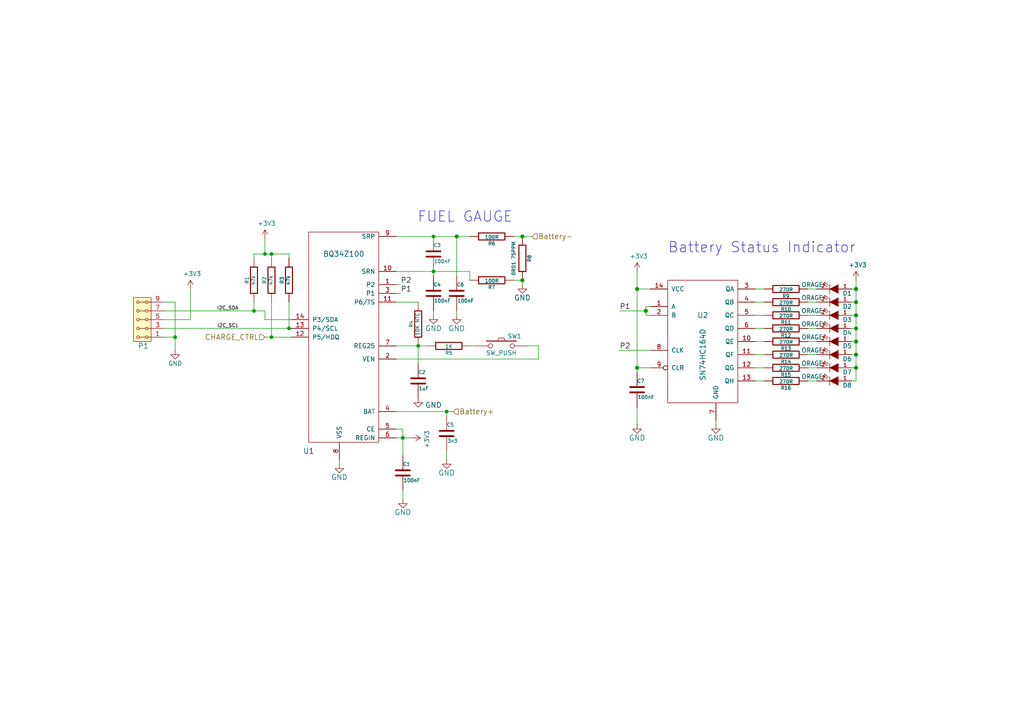
<source format=kicad_sch>
(kicad_sch (version 20211123) (generator eeschema)
  (paper "A4")
  (title_block (title "SOLARMINIBAT01A") (date "2022-07-20") (rev "A") (company "MLAB.cz") (comment 2 "Solar charged LTO Battery Managment System"))
  (lib_symbols
    (symbol "LION2CELL01D-rescue:+3.3V" (power) (pin_names (offset 0))
      (property "Value" "+3.3V" (at 0 3.556 0))
      (symbol "+3.3V_0_1"
        (polyline (pts (xy -0.762 1.27) (xy 0 2.54)))
        (polyline (pts (xy 0 0) (xy 0 2.54)))
        (polyline (pts (xy 0 2.54) (xy 0.762 1.27)))
      )
      (symbol "+3.3V_1_1"
        (pin power_in line (at 0 0 90) (length 0) hide (name "+3V3") (number "1"))
      )
    )
    (symbol "LION2CELL01D-rescue:BQ34Z100" (pin_names (offset 1.016))
      (property "Reference" "U" (at 0 13.97 0))
      (property "Value" "BQ34Z100" (at 0 10.16 0))
      (symbol "BQ34Z100_0_1"
        (rectangle (start -8.89 16.51) (end 11.43 -44.45))
      )
      (symbol "BQ34Z100_1_1"
        (pin unspecified line (at 16.51 1.27 180) (length 5.08) (name "P2") (number "1"))
        (pin unspecified line (at 16.51 5.08 180) (length 5.08) (name "SRN") (number "10"))
        (pin unspecified line (at 16.51 -3.81 180) (length 5.08) (name "P6/TS") (number "11"))
        (pin unspecified line (at -13.97 -13.97 0) (length 5.08) (name "P5/HDQ") (number "12"))
        (pin unspecified line (at -13.97 -11.43 0) (length 5.08) (name "P4/SCL") (number "13"))
        (pin unspecified line (at -13.97 -8.89 0) (length 5.08) (name "P3/SDA") (number "14"))
        (pin unspecified line (at 16.51 -20.32 180) (length 5.08) (name "VEN") (number "2"))
        (pin unspecified line (at 16.51 -1.27 180) (length 5.08) (name "P1") (number "3"))
        (pin unspecified line (at 16.51 -35.56 180) (length 5.08) (name "BAT") (number "4"))
        (pin unspecified line (at 16.51 -40.64 180) (length 5.08) (name "CE") (number "5"))
        (pin unspecified line (at 16.51 -43.18 180) (length 5.08) (name "REGIN") (number "6"))
        (pin unspecified line (at 16.51 -16.51 180) (length 5.08) (name "REG25") (number "7"))
        (pin unspecified line (at 0 -49.53 90) (length 5.08) (name "VSS") (number "8"))
        (pin unspecified line (at 16.51 15.24 180) (length 5.08) (name "SRP") (number "9"))
      )
    )
    (symbol "LION2CELL01D-rescue:C-RESCUE-LION2CELL01C" (pin_numbers hide) (pin_names (offset 0.254))
      (property "Reference" "C" (at 0 2.54 0))
      (property "Value" "C-RESCUE-LION2CELL01C" (at 0.1524 -2.159 0))
      (symbol "C-RESCUE-LION2CELL01C_0_1"
        (polyline (pts (xy -2.032 -0.762) (xy 2.032 -0.762)) (stroke (width 0.508)))
        (polyline (pts (xy -2.032 0.762) (xy 2.032 0.762)) (stroke (width 0.508)))
      )
      (symbol "C-RESCUE-LION2CELL01C_1_1"
        (pin passive line (at 0 5.08 270) (length 4.318) (name "~") (number "1"))
        (pin passive line (at 0 -5.08 90) (length 4.318) (name "~") (number "2"))
      )
    )
    (symbol "LION2CELL01D-rescue:GND" (power) (pin_names (offset 0))
      (property "Value" "GND" (at 0 -3.81 0))
      (symbol "GND_0_1"
        (polyline (pts (xy 0 0) (xy 0 -1.27) (xy 1.27 -1.27) (xy 0 -2.54) (xy -1.27 -1.27) (xy 0 -1.27)))
      )
      (symbol "GND_1_1"
        (pin power_in line (at 0 0 270) (length 0) hide (name "GND") (number "1"))
      )
    )
    (symbol "LION2CELL01D-rescue:LED-RESCUE-LION2CELL01C" (pin_names (offset 1.016) hide)
      (property "Reference" "D" (at 0 2.54 0))
      (property "Value" "LED-RESCUE-LION2CELL01C" (at 0 -2.54 0))
      (symbol "LED-RESCUE-LION2CELL01C_0_1"
        (polyline (pts (xy 1.27 1.27) (xy 1.27 -1.27)))
        (polyline (pts (xy -1.27 1.27) (xy 1.27 0) (xy -1.27 -1.27)) (fill (type outline)))
        (polyline (pts (xy 1.651 -1.016) (xy 2.794 -2.032) (xy 2.667 -1.397)))
        (polyline (pts (xy 2.032 -0.635) (xy 3.175 -1.651) (xy 3.048 -1.016)))
      )
      (symbol "LED-RESCUE-LION2CELL01C_1_1"
        (pin passive line (at -5.08 0 0) (length 3.81) (name "A") (number "1"))
        (pin passive line (at 5.08 0 180) (length 3.81) (name "K") (number "2"))
      )
    )
    (symbol "LION2CELL01D-rescue:R-RESCUE-LION2CELL01C" (pin_numbers hide) (pin_names (offset 0))
      (property "Reference" "R" (at 2.032 0 90))
      (property "Value" "R-RESCUE-LION2CELL01C" (at 0.1778 0.0254 90))
      (symbol "R-RESCUE-LION2CELL01C_0_1"
        (rectangle (start -1.016 3.81) (end 1.016 -3.81) (stroke (width 0.3048)))
      )
      (symbol "R-RESCUE-LION2CELL01C_1_1"
        (pin passive line (at 0 6.35 270) (length 2.54) (name "~") (number "1"))
        (pin passive line (at 0 -6.35 90) (length 2.54) (name "~") (number "2"))
      )
    )
    (symbol "LION2CELL01D-rescue:SN74HC164D" (pin_names (offset 1.016))
      (property "Reference" "U" (at 1.27 7.62 0))
      (property "Value" "SN74HC164D" (at 1.27 -3.81 90))
      (symbol "SN74HC164D_0_1"
        (rectangle (start -8.89 17.78) (end 11.43 -17.78))
      )
      (symbol "SN74HC164D_1_1"
        (pin unspecified line (at -13.97 10.16 0) (length 5.08) (name "A") (number "1"))
        (pin unspecified line (at 16.51 0 180) (length 5.08) (name "QE") (number "10"))
        (pin unspecified line (at 16.51 -3.81 180) (length 5.08) (name "QF") (number "11"))
        (pin unspecified line (at 16.51 -7.62 180) (length 5.08) (name "QG") (number "12"))
        (pin unspecified line (at 16.51 -11.43 180) (length 5.08) (name "QH") (number "13"))
        (pin unspecified line (at -13.97 15.24 0) (length 5.08) (name "VCC") (number "14"))
        (pin unspecified line (at -13.97 7.62 0) (length 5.08) (name "B") (number "2"))
        (pin unspecified line (at 16.51 15.24 180) (length 5.08) (name "QA") (number "3"))
        (pin unspecified line (at 16.51 11.43 180) (length 5.08) (name "QB") (number "4"))
        (pin unspecified line (at 16.51 7.62 180) (length 5.08) (name "QC") (number "5"))
        (pin unspecified line (at 16.51 3.81 180) (length 5.08) (name "QD") (number "6"))
        (pin unspecified line (at 5.08 -22.86 90) (length 5.08) (name "GND") (number "7"))
        (pin unspecified line (at -13.97 -2.54 0) (length 5.08) (name "CLK") (number "8"))
        (pin unspecified inverted (at -13.97 -7.62 0) (length 5.08) (name "CLR") (number "9"))
      )
    )
    (symbol "LION2CELL01D-rescue:SW_PUSH" (pin_numbers hide) (pin_names (offset 1.016) hide)
      (property "Reference" "SW" (at 3.81 2.794 0))
      (property "Value" "SW_PUSH" (at 0 -2.032 0))
      (symbol "SW_PUSH_0_1"
        (rectangle (start -4.318 1.27) (end 4.318 1.524))
        (polyline (pts (xy -1.016 1.524) (xy -0.762 2.286) (xy 0.762 2.286) (xy 1.016 1.524)))
        (pin passive inverted (at -7.62 0 0) (length 5.08) (name "1") (number "1"))
        (pin passive inverted (at 7.62 0 180) (length 5.08) (name "2") (number "2"))
      )
    )
    (symbol "MLAB_HEADER:HEADER_2x05_PARALLEL" (pin_names (offset 1.016))
      (property "Reference" "J" (at 0 -7.62 0))
      (property "Value" "HEADER_2x05_PARALLEL" (at 0 7.62 0))
      (symbol "HEADER_2x05_PARALLEL_0_1"
        (rectangle (start -2.54 6.35) (end 2.54 -6.35) (fill (type background)))
        (circle (center -1.27 -5.08) (radius 0.381))
        (circle (center -1.27 -2.54) (radius 0.381))
        (circle (center -1.27 0) (radius 0.381))
        (circle (center -1.27 2.54) (radius 0.381))
        (circle (center -1.27 5.08) (radius 0.381))
        (polyline (pts (xy -1.651 -5.08) (xy -2.54 -5.08)))
        (polyline (pts (xy -1.651 -2.54) (xy -2.54 -2.54)))
        (polyline (pts (xy -1.651 0) (xy -2.54 0)))
        (polyline (pts (xy -1.651 2.54) (xy -2.54 2.54)))
        (polyline (pts (xy -1.651 5.08) (xy -2.54 5.08)))
        (polyline (pts (xy -0.889 -5.08) (xy 0.889 -5.08)))
        (polyline (pts (xy -0.889 -2.54) (xy 0.889 -2.54)))
        (polyline (pts (xy -0.889 0) (xy 0.889 0)))
        (polyline (pts (xy -0.889 2.54) (xy 0.889 2.54)))
        (polyline (pts (xy -0.889 5.08) (xy 0.889 5.08)))
        (circle (center 1.27 -5.08) (radius 0.381))
        (circle (center 1.27 -2.54) (radius 0.381))
        (circle (center 1.27 0) (radius 0.381))
        (circle (center 1.27 2.54) (radius 0.381))
        (circle (center 1.27 5.08) (radius 0.381))
      )
      (symbol "HEADER_2x05_PARALLEL_1_1"
        (pin input line (at -6.35 5.08 0) (length 3.81) (name "~") (number "1"))
        (pin input line (at -6.35 -5.08 0) (length 3.81) hide (name "~") (number "10"))
        (pin input line (at -6.35 5.08 0) (length 3.81) hide (name "~") (number "2"))
        (pin input line (at -6.35 2.54 0) (length 3.81) (name "~") (number "3"))
        (pin input line (at -6.35 2.54 0) (length 3.81) hide (name "~") (number "4"))
        (pin input line (at -6.35 0 0) (length 3.81) (name "~") (number "5"))
        (pin input line (at -6.35 0 0) (length 3.81) hide (name "~") (number "6"))
        (pin input line (at -6.35 -2.54 0) (length 3.81) (name "~") (number "7"))
        (pin input line (at -6.35 -2.54 0) (length 3.81) hide (name "~") (number "8"))
        (pin input line (at -6.35 -5.08 0) (length 3.81) (name "~") (number "9"))
      )
    )
    (symbol "paracard-template-rescue:GND-power" (power) (pin_names (offset 0))
      (property "Value" "GND-power" (at 0 -3.81 0))
      (symbol "GND-power_0_1"
        (polyline (pts (xy 0 0) (xy 0 -1.27) (xy 1.27 -1.27) (xy 0 -2.54) (xy -1.27 -1.27) (xy 0 -1.27)))
      )
      (symbol "GND-power_1_1"
        (pin power_in line (at 0 0 270) (length 0) hide (name "GND") (number "1"))
      )
    )
  )
  (junction (at 121.285 100.33))
  (junction (at 151.511 81.28) (diameter 1.016))
  (junction (at 248.285 102.87) (diameter 1.016))
  (junction (at 78.74 97.79))
  (junction (at 73.66 90.17))
  (junction (at 129.54 119.38))
  (junction (at 248.285 87.63) (diameter 1.016))
  (junction (at 151.511 68.58) (diameter 1.016))
  (junction (at 184.785 106.68) (diameter 1.016))
  (junction (at 248.285 91.44) (diameter 1.016))
  (junction (at 184.785 83.82) (diameter 1.016))
  (junction (at 125.73 68.58))
  (junction (at 76.835 73.66))
  (junction (at 248.285 99.06) (diameter 1.016))
  (junction (at 248.285 83.82) (diameter 1.016))
  (junction (at 83.82 95.25))
  (junction (at 116.84 127))
  (junction (at 187.325 90.17) (diameter 1.016))
  (junction (at 78.74 73.66))
  (junction (at 248.285 95.25) (diameter 1.016))
  (junction (at 50.8 97.79))
  (junction (at 248.285 106.68) (diameter 1.016))
  (junction (at 132.461 68.58) (diameter 1.016))
  (junction (at 125.73 78.74))
  (wire (pts (xy 188.595 106.68) (xy 184.785 106.68)))
  (wire (pts (xy 219.075 110.49) (xy 221.615 110.49)))
  (wire (pts (xy 114.935 127) (xy 116.84 127)))
  (wire (pts (xy 247.015 106.68) (xy 248.285 106.68)))
  (wire (pts (xy 132.461 68.58) (xy 136.271 68.58)))
  (wire (pts (xy 114.935 82.55) (xy 116.205 82.55)))
  (wire (pts (xy 78.74 73.66) (xy 83.82 73.66)))
  (wire (pts (xy 248.285 83.82) (xy 248.285 87.63)))
  (wire (pts (xy 248.285 91.44) (xy 248.285 95.25)))
  (wire (pts (xy 187.325 91.44) (xy 187.325 90.17)))
  (wire (pts (xy 121.285 100.33) (xy 123.825 100.33)))
  (wire (pts (xy 114.935 85.09) (xy 116.205 85.09)))
  (wire (pts (xy 114.935 124.46) (xy 116.84 124.46)))
  (wire (pts (xy 151.511 81.28) (xy 151.511 82.55)))
  (wire (pts (xy 219.075 99.06) (xy 221.615 99.06)))
  (wire (pts (xy 184.785 78.74) (xy 184.785 83.82)))
  (wire (pts (xy 132.461 80.01) (xy 132.461 68.58)))
  (wire (pts (xy 116.84 132.08) (xy 116.84 127)))
  (wire (pts (xy 55.245 92.71) (xy 47.625 92.71)))
  (wire (pts (xy 125.73 78.74) (xy 125.73 80.01)))
  (wire (pts (xy 83.82 74.93) (xy 83.82 73.66)))
  (wire (pts (xy 78.74 87.63) (xy 78.74 97.79)))
  (wire (pts (xy 76.835 73.66) (xy 73.66 73.66)))
  (wire (pts (xy 50.8 97.79) (xy 50.8 101.6)))
  (wire (pts (xy 121.285 100.33) (xy 121.285 105.41)))
  (wire (pts (xy 219.075 83.82) (xy 221.615 83.82)))
  (wire (pts (xy 247.015 99.06) (xy 248.285 99.06)))
  (wire (pts (xy 248.285 81.28) (xy 248.285 83.82)))
  (wire (pts (xy 50.8 97.79) (xy 50.8 87.63)))
  (wire (pts (xy 234.315 87.63) (xy 236.855 87.63)))
  (wire (pts (xy 136.525 100.33) (xy 137.795 100.33)))
  (wire (pts (xy 187.325 88.9) (xy 188.595 88.9)))
  (wire (pts (xy 219.075 91.44) (xy 221.615 91.44)))
  (wire (pts (xy 219.075 87.63) (xy 221.615 87.63)))
  (wire (pts (xy 187.325 90.17) (xy 179.705 90.17)))
  (wire (pts (xy 47.625 97.79) (xy 50.8 97.79)))
  (wire (pts (xy 114.935 104.14) (xy 156.21 104.14)))
  (wire (pts (xy 248.285 106.68) (xy 248.285 110.49)))
  (wire (pts (xy 114.935 87.63) (xy 121.285 87.63)))
  (wire (pts (xy 116.84 127) (xy 116.84 124.46)))
  (wire (pts (xy 184.785 106.68) (xy 184.785 107.95)))
  (wire (pts (xy 78.74 97.79) (xy 84.455 97.79)))
  (wire (pts (xy 129.54 133.35) (xy 129.54 130.81)))
  (wire (pts (xy 188.595 101.6) (xy 179.705 101.6)))
  (wire (pts (xy 116.84 127) (xy 119.38 127)))
  (wire (pts (xy 73.66 90.17) (xy 76.835 90.17)))
  (wire (pts (xy 219.075 102.87) (xy 221.615 102.87)))
  (wire (pts (xy 219.075 95.25) (xy 221.615 95.25)))
  (wire (pts (xy 136.271 78.74) (xy 136.271 81.28)))
  (wire (pts (xy 114.935 119.38) (xy 129.54 119.38)))
  (wire (pts (xy 184.785 118.11) (xy 184.785 123.19)))
  (wire (pts (xy 55.245 83.82) (xy 55.245 92.71)))
  (wire (pts (xy 247.015 95.25) (xy 248.285 95.25)))
  (wire (pts (xy 116.84 144.78) (xy 116.84 142.24)))
  (wire (pts (xy 234.315 95.25) (xy 236.855 95.25)))
  (wire (pts (xy 248.285 87.63) (xy 248.285 91.44)))
  (wire (pts (xy 187.325 90.17) (xy 187.325 88.9)))
  (wire (pts (xy 247.015 83.82) (xy 248.285 83.82)))
  (wire (pts (xy 207.645 123.19) (xy 207.645 121.92)))
  (wire (pts (xy 125.73 68.58) (xy 132.461 68.58)))
  (wire (pts (xy 76.835 97.79) (xy 78.74 97.79)))
  (wire (pts (xy 50.8 87.63) (xy 47.625 87.63)))
  (wire (pts (xy 47.625 90.17) (xy 73.66 90.17)))
  (wire (pts (xy 248.285 99.06) (xy 248.285 102.87)))
  (wire (pts (xy 234.315 110.49) (xy 236.855 110.49)))
  (wire (pts (xy 248.285 110.49) (xy 247.015 110.49)))
  (wire (pts (xy 83.82 95.25) (xy 84.455 95.25)))
  (wire (pts (xy 156.21 100.33) (xy 153.035 100.33)))
  (wire (pts (xy 83.82 87.63) (xy 83.82 95.25)))
  (wire (pts (xy 248.285 95.25) (xy 248.285 99.06)))
  (wire (pts (xy 234.315 83.82) (xy 236.855 83.82)))
  (wire (pts (xy 148.971 81.28) (xy 151.511 81.28)))
  (wire (pts (xy 234.315 106.68) (xy 236.855 106.68)))
  (wire (pts (xy 188.595 83.82) (xy 184.785 83.82)))
  (wire (pts (xy 98.425 133.35) (xy 98.425 134.62)))
  (wire (pts (xy 73.66 73.66) (xy 73.66 74.93)))
  (wire (pts (xy 247.015 91.44) (xy 248.285 91.44)))
  (wire (pts (xy 114.935 68.58) (xy 125.73 68.58)))
  (wire (pts (xy 114.935 100.33) (xy 121.285 100.33)))
  (wire (pts (xy 47.625 95.25) (xy 83.82 95.25)))
  (wire (pts (xy 76.835 90.17) (xy 76.835 92.71)))
  (wire (pts (xy 76.835 73.66) (xy 78.74 73.66)))
  (wire (pts (xy 234.315 102.87) (xy 236.855 102.87)))
  (wire (pts (xy 129.54 119.38) (xy 131.445 119.38)))
  (wire (pts (xy 156.21 104.14) (xy 156.21 100.33)))
  (wire (pts (xy 247.015 87.63) (xy 248.285 87.63)))
  (wire (pts (xy 184.785 83.82) (xy 184.785 106.68)))
  (wire (pts (xy 78.74 73.66) (xy 78.74 74.93)))
  (wire (pts (xy 132.461 91.44) (xy 132.461 90.17)))
  (wire (pts (xy 188.595 91.44) (xy 187.325 91.44)))
  (wire (pts (xy 129.54 119.38) (xy 129.54 120.65)))
  (wire (pts (xy 248.285 102.87) (xy 248.285 106.68)))
  (wire (pts (xy 247.015 102.87) (xy 248.285 102.87)))
  (wire (pts (xy 234.315 91.44) (xy 236.855 91.44)))
  (wire (pts (xy 76.835 69.215) (xy 76.835 73.66)))
  (wire (pts (xy 114.935 78.74) (xy 125.73 78.74)))
  (wire (pts (xy 219.075 106.68) (xy 221.615 106.68)))
  (wire (pts (xy 125.73 90.17) (xy 125.73 91.44)))
  (wire (pts (xy 148.971 68.58) (xy 151.511 68.58)))
  (wire (pts (xy 76.835 92.71) (xy 84.455 92.71)))
  (wire (pts (xy 151.511 68.58) (xy 154.305 68.58)))
  (wire (pts (xy 125.73 78.74) (xy 136.271 78.74)))
  (wire (pts (xy 234.315 99.06) (xy 236.855 99.06)))
  (wire (pts (xy 73.66 87.63) (xy 73.66 90.17)))
  (text "Battery Status Indicator" (at 193.675 73.66 0) (effects (font (size 2.9972 2.9972)) (justify left bottom)))
  (text "FUEL GAUGE" (at 121.031 64.77 0) (effects (font (size 2.9972 2.9972)) (justify left bottom)))
  (label "I2C_SCL" (at 69.215 95.25 180) (effects (font (size 1.016 1.016))))
  (label "P1" (at 116.205 85.09 0) (effects (font (size 1.524 1.524))))
  (label "P2" (at 116.205 82.55 0) (effects (font (size 1.524 1.524))))
  (label "P2" (at 179.705 101.6 0) (effects (font (size 1.524 1.524))))
  (label "I2C_SDA" (at 69.215 90.17 180) (effects (font (size 1.016 1.016))))
  (label "P1" (at 179.705 90.17 0) (effects (font (size 1.524 1.524))))
  (hierarchical_label "CHARGE_CTRL" (shape input) (at 76.835 97.79 180) (effects (font (size 1.524 1.524))))
  (hierarchical_label "Battery+" (shape input) (at 131.445 119.38 0) (effects (font (size 1.524 1.524))))
  (hierarchical_label "Battery-" (shape input) (at 154.305 68.58 0) (effects (font (size 1.524 1.524))))
  (symbol (lib_id "LION2CELL01D-rescue:R-RESCUE-LION2CELL01C") (at 227.965 110.49 270) (unit 1)
    (property "Reference" "R16" (at 227.965 112.522 90) (effects (font (size 1.016 1.016))))
    (property "Value" "270R" (at 227.9904 110.6678 90) (effects (font (size 1.016 1.016))))
    (property "Footprint" "Resistor_SMD:R_0805_2012Metric" (effects hide))
  )
  (symbol (lib_id "LION2CELL01D-rescue:R-RESCUE-LION2CELL01C") (at 227.965 106.68 270) (unit 1)
    (property "Reference" "R15" (at 227.965 108.712 90) (effects (font (size 1.016 1.016))))
    (property "Value" "270R" (at 227.9904 106.8578 90) (effects (font (size 1.016 1.016))))
    (property "Footprint" "Resistor_SMD:R_0805_2012Metric" (effects hide))
  )
  (symbol (lib_id "LION2CELL01D-rescue:R-RESCUE-LION2CELL01C") (at 142.621 81.28 270) (unit 1)
    (property "Reference" "R7" (at 142.621 83.312 90) (effects (font (size 1.016 1.016))))
    (property "Value" "100R" (at 142.6464 81.4578 90) (effects (font (size 1.016 1.016))))
    (property "Footprint" "Resistor_SMD:R_0805_2012Metric" (effects hide))
  )
  (symbol (lib_id "LION2CELL01D-rescue:R-RESCUE-LION2CELL01C") (at 151.511 74.93 0) (unit 1)
    (property "Reference" "R8" (at 153.543 74.93 90) (effects (font (size 1.016 1.016))))
    (property "Value" "0R01 75PPM" (at 148.971 74.93 90) (effects (font (size 1.016 1.016))))
    (property "Footprint" "Resistor_SMD:R_2512_6332Metric_Pad1.40x3.35mm_HandSolder" (effects hide))
  )
  (symbol (lib_id "LION2CELL01D-rescue:BQ34Z100") (at 98.425 83.82 0) (unit 1)
    (property "Reference" "U1" (at 89.535 130.81 0) (effects (font (size 1.524 1.524))))
    (property "Value" "BQ34Z100" (at 99.695 73.66 0) (effects (font (size 1.524 1.524))))
    (property "Footprint" "Mlab_IO:TSSOP-14_4.4x5mm_Pitch0.65mm" (effects hide))
    (property "Datasheet" "https://www.ti.com/lit/ds/symlink/bq34z100-g1.pdf" (effects hide))
  )
  (symbol (lib_id "LION2CELL01D-rescue:+3.3V") (at 55.245 83.82 0) (unit 1)
    (property "Reference" "#PWR0101" (effects hide))
    (property "Value" "+3.3V" (at 55.7022 79.4004 0))
  )
  (symbol (lib_id "LION2CELL01D-rescue:LED-RESCUE-LION2CELL01C") (at 241.935 87.63 180) (unit 1)
    (property "Reference" "D2" (at 245.745 88.9 0))
    (property "Value" "ORAGE" (at 235.585 86.36 0))
    (property "Footprint" "Mlab_D:LED_1206" (effects hide))
  )
  (symbol (lib_id "LION2CELL01D-rescue:+3.3V") (at 76.835 69.215 0) (unit 1)
    (property "Reference" "#PWR0103" (effects hide))
    (property "Value" "+3.3V" (at 77.2922 64.7954 0))
  )
  (symbol (lib_id "LION2CELL01D-rescue:C-RESCUE-LION2CELL01C") (at 121.285 110.49 0) (unit 1)
    (property "Reference" "C2" (at 121.285 107.95 0) (effects (font (size 1.016 1.016)) (justify left)))
    (property "Value" "1uF" (at 121.4374 112.649 0) (effects (font (size 1.016 1.016)) (justify left)))
    (property "Footprint" "Capacitor_SMD:C_0805_2012Metric" (effects hide))
  )
  (symbol (lib_id "LION2CELL01D-rescue:LED-RESCUE-LION2CELL01C") (at 241.935 83.82 180) (unit 1)
    (property "Reference" "D1" (at 245.745 85.09 0))
    (property "Value" "ORAGE" (at 235.585 82.55 0))
    (property "Footprint" "Mlab_D:LED_1206" (effects hide))
  )
  (symbol (lib_id "LION2CELL01D-rescue:R-RESCUE-LION2CELL01C") (at 73.66 81.28 180) (unit 1)
    (property "Reference" "R1" (at 71.628 81.28 90) (effects (font (size 1.016 1.016))))
    (property "Value" "47k" (at 73.4822 81.3054 90) (effects (font (size 1.016 1.016))))
    (property "Footprint" "Resistor_SMD:R_0805_2012Metric" (effects hide))
  )
  (symbol (lib_id "LION2CELL01D-rescue:GND") (at 151.511 82.55 0) (unit 1)
    (property "Reference" "#PWR0114" (effects hide))
    (property "Value" "GND" (at 151.511 86.36 0) (effects (font (size 1.524 1.524))))
  )
  (symbol (lib_id "LION2CELL01D-rescue:GND") (at 132.461 91.44 0) (unit 1)
    (property "Reference" "#PWR0105" (effects hide))
    (property "Value" "GND" (at 132.461 95.25 0) (effects (font (size 1.524 1.524))))
  )
  (symbol (lib_id "LION2CELL01D-rescue:R-RESCUE-LION2CELL01C") (at 227.965 91.44 270) (unit 1)
    (property "Reference" "R11" (at 227.965 93.472 90) (effects (font (size 1.016 1.016))))
    (property "Value" "270R" (at 227.9904 91.6178 90) (effects (font (size 1.016 1.016))))
    (property "Footprint" "Resistor_SMD:R_0805_2012Metric" (effects hide))
  )
  (symbol (lib_id "LION2CELL01D-rescue:C-RESCUE-LION2CELL01C") (at 125.73 73.66 0) (unit 1)
    (property "Reference" "C3" (at 125.73 71.12 0) (effects (font (size 1.016 1.016)) (justify left)))
    (property "Value" "100nF" (at 125.8824 75.819 0) (effects (font (size 1.016 1.016)) (justify left)))
    (property "Footprint" "Capacitor_SMD:C_0805_2012Metric" (effects hide))
  )
  (symbol (lib_id "LION2CELL01D-rescue:C-RESCUE-LION2CELL01C") (at 129.54 125.73 0) (unit 1)
    (property "Reference" "C5" (at 129.54 123.19 0) (effects (font (size 1.016 1.016)) (justify left)))
    (property "Value" "3n3" (at 129.6924 127.889 0) (effects (font (size 1.016 1.016)) (justify left)))
    (property "Footprint" "Capacitor_SMD:C_0805_2012Metric" (effects hide))
  )
  (symbol (lib_id "LION2CELL01D-rescue:C-RESCUE-LION2CELL01C") (at 116.84 137.16 0) (unit 1)
    (property "Reference" "C1" (at 116.84 134.62 0) (effects (font (size 1.016 1.016)) (justify left)))
    (property "Value" "100nF" (at 116.9924 139.319 0) (effects (font (size 1.016 1.016)) (justify left)))
    (property "Footprint" "Capacitor_SMD:C_0805_2012Metric" (effects hide))
  )
  (symbol (lib_id "LION2CELL01D-rescue:LED-RESCUE-LION2CELL01C") (at 241.935 102.87 180) (unit 1)
    (property "Reference" "D6" (at 245.745 104.14 0))
    (property "Value" "ORAGE" (at 235.585 101.6 0))
    (property "Footprint" "Mlab_D:LED_1206" (effects hide))
  )
  (symbol (lib_id "LION2CELL01D-rescue:LED-RESCUE-LION2CELL01C") (at 241.935 95.25 180) (unit 1)
    (property "Reference" "D4" (at 245.745 96.52 0))
    (property "Value" "ORAGE" (at 235.585 93.98 0))
    (property "Footprint" "Mlab_D:LED_1206" (effects hide))
  )
  (symbol (lib_id "LION2CELL01D-rescue:LED-RESCUE-LION2CELL01C") (at 241.935 106.68 180) (unit 1)
    (property "Reference" "D7" (at 245.745 107.95 0))
    (property "Value" "ORAGE" (at 235.585 105.41 0))
    (property "Footprint" "Mlab_D:LED_1206" (effects hide))
  )
  (symbol (lib_id "LION2CELL01D-rescue:C-RESCUE-LION2CELL01C") (at 125.73 85.09 0) (unit 1)
    (property "Reference" "C4" (at 125.73 82.55 0) (effects (font (size 1.016 1.016)) (justify left)))
    (property "Value" "100nF" (at 125.8824 87.249 0) (effects (font (size 1.016 1.016)) (justify left)))
    (property "Footprint" "Capacitor_SMD:C_0805_2012Metric" (effects hide))
  )
  (symbol (lib_id "paracard-template-rescue:GND-power") (at 50.8 101.6 0) (unit 1)
    (property "Reference" "#PWR0102" (effects hide))
    (property "Value" "GND" (at 50.8 105.41 0))
  )
  (symbol (lib_id "LION2CELL01D-rescue:R-RESCUE-LION2CELL01C") (at 130.175 100.33 270) (unit 1)
    (property "Reference" "R5" (at 130.175 102.362 90) (effects (font (size 1.016 1.016))))
    (property "Value" "1K" (at 130.2004 100.5078 90) (effects (font (size 1.016 1.016))))
    (property "Footprint" "Resistor_SMD:R_0805_2012Metric" (effects hide))
  )
  (symbol (lib_id "LION2CELL01D-rescue:GND") (at 207.645 123.19 0) (unit 1)
    (property "Reference" "#PWR0115" (effects hide))
    (property "Value" "GND" (at 207.645 127 0) (effects (font (size 1.524 1.524))))
  )
  (symbol (lib_id "LION2CELL01D-rescue:R-RESCUE-LION2CELL01C") (at 227.965 99.06 270) (unit 1)
    (property "Reference" "R13" (at 227.965 101.092 90) (effects (font (size 1.016 1.016))))
    (property "Value" "270R" (at 227.9904 99.2378 90) (effects (font (size 1.016 1.016))))
    (property "Footprint" "Resistor_SMD:R_0805_2012Metric" (effects hide))
  )
  (symbol (lib_id "LION2CELL01D-rescue:GND") (at 125.73 91.44 0) (unit 1)
    (property "Reference" "#PWR0106" (effects hide))
    (property "Value" "GND" (at 125.73 95.25 0) (effects (font (size 1.524 1.524))))
  )
  (symbol (lib_id "LION2CELL01D-rescue:LED-RESCUE-LION2CELL01C") (at 241.935 91.44 180) (unit 1)
    (property "Reference" "D3" (at 245.745 92.71 0))
    (property "Value" "ORAGE" (at 235.585 90.17 0))
    (property "Footprint" "Mlab_D:LED_1206" (effects hide))
  )
  (symbol (lib_id "LION2CELL01D-rescue:GND") (at 116.84 144.78 0) (unit 1)
    (property "Reference" "#PWR0109" (effects hide))
    (property "Value" "GND" (at 116.84 148.59 0) (effects (font (size 1.524 1.524))))
  )
  (symbol (lib_id "LION2CELL01D-rescue:R-RESCUE-LION2CELL01C") (at 83.82 81.28 180) (unit 1)
    (property "Reference" "R3" (at 81.788 81.28 90) (effects (font (size 1.016 1.016))))
    (property "Value" "47k" (at 83.6422 81.3054 90) (effects (font (size 1.016 1.016))))
    (property "Footprint" "Resistor_SMD:R_0805_2012Metric" (effects hide))
  )
  (symbol (lib_id "LION2CELL01D-rescue:SN74HC164D") (at 202.565 99.06 0) (unit 1)
    (property "Reference" "U2" (at 203.835 91.44 0) (effects (font (size 1.524 1.524))))
    (property "Value" "SN74HC164D" (at 203.835 102.87 90) (effects (font (size 1.524 1.524))))
    (property "Footprint" "Package_SO:SO-14_3.9x8.65mm_P1.27mm" (effects hide))
  )
  (symbol (lib_id "LION2CELL01D-rescue:LED-RESCUE-LION2CELL01C") (at 241.935 99.06 180) (unit 1)
    (property "Reference" "D5" (at 245.745 100.33 0))
    (property "Value" "ORAGE" (at 235.585 97.79 0))
    (property "Footprint" "Mlab_D:LED_1206" (effects hide))
  )
  (symbol (lib_id "LION2CELL01D-rescue:LED-RESCUE-LION2CELL01C") (at 241.935 110.49 180) (unit 1)
    (property "Reference" "D8" (at 245.745 111.76 0))
    (property "Value" "ORAGE" (at 235.585 109.22 0))
    (property "Footprint" "Mlab_D:LED_1206" (effects hide))
  )
  (symbol (lib_id "MLAB_HEADER:HEADER_2x05_PARALLEL") (at 41.275 92.71 180) (unit 1)
    (property "Reference" "P1" (at 43.18 100.33 0) (effects (font (size 1.524 1.524)) (justify left)))
    (property "Value" "HEADER_2x05_PARALLEL" (effects hide))
    (property "Footprint" "Mlab_Pin_Headers:Straight_2x05" (effects hide))
  )
  (symbol (lib_id "LION2CELL01D-rescue:+3.3V") (at 184.785 78.74 0) (unit 1)
    (property "Reference" "#PWR0112" (effects hide))
    (property "Value" "+3.3V" (at 185.2422 74.3204 0))
  )
  (symbol (lib_id "LION2CELL01D-rescue:R-RESCUE-LION2CELL01C") (at 142.621 68.58 270) (unit 1)
    (property "Reference" "R6" (at 142.621 70.612 90) (effects (font (size 1.016 1.016))))
    (property "Value" "100R" (at 142.6464 68.7578 90) (effects (font (size 1.016 1.016))))
    (property "Footprint" "Resistor_SMD:R_0805_2012Metric" (effects hide))
  )
  (symbol (lib_id "LION2CELL01D-rescue:SW_PUSH") (at 145.415 100.33 0) (unit 1)
    (property "Reference" "SW1" (at 149.225 97.536 0))
    (property "Value" "SW_PUSH" (at 145.415 102.362 0))
    (property "Footprint" "Mlab_SW:SW_PUSH_SMALL" (effects hide))
  )
  (symbol (lib_id "LION2CELL01D-rescue:GND") (at 129.54 133.35 0) (unit 1)
    (property "Reference" "#PWR0113" (effects hide))
    (property "Value" "GND" (at 129.54 137.16 0) (effects (font (size 1.524 1.524))))
  )
  (symbol (lib_id "LION2CELL01D-rescue:R-RESCUE-LION2CELL01C") (at 227.965 87.63 270) (unit 1)
    (property "Reference" "R10" (at 227.965 89.662 90) (effects (font (size 1.016 1.016))))
    (property "Value" "270R" (at 227.9904 87.8078 90) (effects (font (size 1.016 1.016))))
    (property "Footprint" "Resistor_SMD:R_0805_2012Metric" (effects hide))
  )
  (symbol (lib_id "LION2CELL01D-rescue:+3.3V") (at 119.38 127 270) (unit 1)
    (property "Reference" "#PWR0108" (effects hide))
    (property "Value" "+3.3V" (at 123.7996 127.4572 0))
  )
  (symbol (lib_id "LION2CELL01D-rescue:GND") (at 121.285 115.57 0) (unit 1)
    (property "Reference" "#PWR0107" (effects hide))
    (property "Value" "GND" (at 125.73 117.475 0) (effects (font (size 1.524 1.524))))
  )
  (symbol (lib_id "LION2CELL01D-rescue:+3.3V") (at 248.285 81.28 0) (unit 1)
    (property "Reference" "#PWR0104" (effects hide))
    (property "Value" "+3.3V" (at 248.7422 76.8604 0))
  )
  (symbol (lib_id "LION2CELL01D-rescue:R-RESCUE-LION2CELL01C") (at 227.965 95.25 270) (unit 1)
    (property "Reference" "R12" (at 227.965 97.282 90) (effects (font (size 1.016 1.016))))
    (property "Value" "270R" (at 227.9904 95.4278 90) (effects (font (size 1.016 1.016))))
    (property "Footprint" "Resistor_SMD:R_0805_2012Metric" (effects hide))
  )
  (symbol (lib_id "LION2CELL01D-rescue:R-RESCUE-LION2CELL01C") (at 227.965 83.82 270) (unit 1)
    (property "Reference" "R9" (at 227.965 85.852 90) (effects (font (size 1.016 1.016))))
    (property "Value" "270R" (at 227.9904 83.9978 90) (effects (font (size 1.016 1.016))))
    (property "Footprint" "Resistor_SMD:R_0805_2012Metric" (effects hide))
  )
  (symbol (lib_id "LION2CELL01D-rescue:C-RESCUE-LION2CELL01C") (at 132.461 85.09 0) (unit 1)
    (property "Reference" "C6" (at 132.461 82.55 0) (effects (font (size 1.016 1.016)) (justify left)))
    (property "Value" "100nF" (at 132.6134 87.249 0) (effects (font (size 1.016 1.016)) (justify left)))
    (property "Footprint" "Capacitor_SMD:C_0805_2012Metric" (effects hide))
  )
  (symbol (lib_id "LION2CELL01D-rescue:GND") (at 98.425 134.62 0) (unit 1)
    (property "Reference" "#PWR0110" (effects hide))
    (property "Value" "GND" (at 98.425 138.43 0) (effects (font (size 1.524 1.524))))
  )
  (symbol (lib_id "LION2CELL01D-rescue:GND") (at 184.785 123.19 0) (unit 1)
    (property "Reference" "#PWR0111" (effects hide))
    (property "Value" "GND" (at 184.785 127 0) (effects (font (size 1.524 1.524))))
  )
  (symbol (lib_id "LION2CELL01D-rescue:R-RESCUE-LION2CELL01C") (at 227.965 102.87 270) (unit 1)
    (property "Reference" "R14" (at 227.965 104.902 90) (effects (font (size 1.016 1.016))))
    (property "Value" "270R" (at 227.9904 103.0478 90) (effects (font (size 1.016 1.016))))
    (property "Footprint" "Resistor_SMD:R_0805_2012Metric" (effects hide))
  )
  (symbol (lib_id "LION2CELL01D-rescue:C-RESCUE-LION2CELL01C") (at 184.785 113.03 0) (unit 1)
    (property "Reference" "C7" (at 184.785 110.49 0) (effects (font (size 1.016 1.016)) (justify left)))
    (property "Value" "100nF" (at 184.9374 115.189 0) (effects (font (size 1.016 1.016)) (justify left)))
    (property "Footprint" "Capacitor_SMD:C_0805_2012Metric" (effects hide))
  )
  (symbol (lib_id "LION2CELL01D-rescue:R-RESCUE-LION2CELL01C") (at 121.285 93.98 180) (unit 1)
    (property "Reference" "R4" (at 119.253 93.98 90) (effects (font (size 1.016 1.016))))
    (property "Value" "10K NTC" (at 121.1072 94.0054 90) (effects (font (size 1.016 1.016))))
    (property "Footprint" "Resistor_SMD:R_0805_2012Metric" (effects hide))
  )
  (symbol (lib_id "LION2CELL01D-rescue:R-RESCUE-LION2CELL01C") (at 78.74 81.28 180) (unit 1)
    (property "Reference" "R2" (at 76.708 81.28 90) (effects (font (size 1.016 1.016))))
    (property "Value" "47k" (at 78.5622 81.3054 90) (effects (font (size 1.016 1.016))))
    (property "Footprint" "Resistor_SMD:R_0805_2012Metric" (effects hide))
  )
)
</source>
